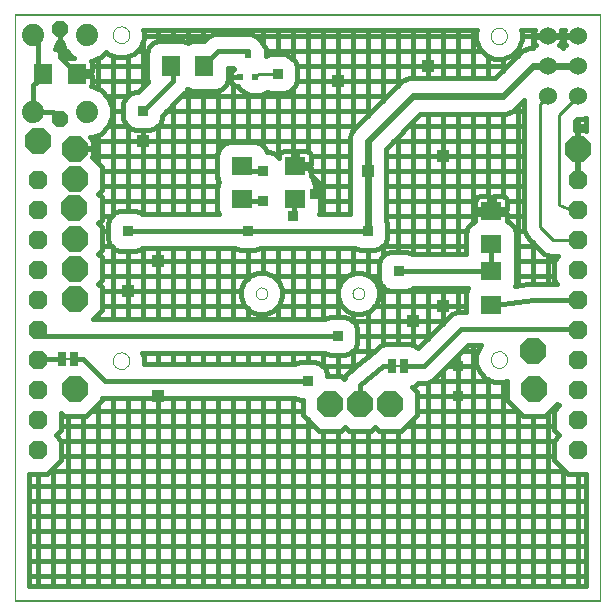
<source format=gbl>
G75*
G70*
%OFA0B0*%
%FSLAX24Y24*%
%IPPOS*%
%LPD*%
%AMOC8*
5,1,8,0,0,1.08239X$1,22.5*
%
%ADD10C,0.0000*%
%ADD11R,0.0709X0.0630*%
%ADD12OC8,0.0630*%
%ADD13R,0.0710X0.0630*%
%ADD14OC8,0.0850*%
%ADD15C,0.0080*%
%ADD16R,0.0250X0.0500*%
%ADD17C,0.0740*%
%ADD18R,0.0630X0.0710*%
%ADD19OC8,0.0520*%
%ADD20R,0.0236X0.0217*%
%ADD21C,0.0600*%
%ADD22R,0.0317X0.0317*%
%ADD23C,0.0160*%
%ADD24R,0.0413X0.0413*%
%ADD25R,0.0356X0.0356*%
%ADD26C,0.0100*%
%ADD27C,0.0240*%
D10*
X000736Y000100D02*
X000736Y019663D01*
X020252Y019663D01*
X020252Y000100D01*
X000736Y000100D01*
X000750Y000128D02*
X000750Y019628D01*
X020250Y019628D01*
X020250Y000128D01*
X000750Y000128D01*
X004004Y008120D02*
X004006Y008153D01*
X004012Y008185D01*
X004021Y008216D01*
X004034Y008246D01*
X004051Y008274D01*
X004071Y008300D01*
X004094Y008324D01*
X004119Y008344D01*
X004147Y008362D01*
X004176Y008376D01*
X004207Y008386D01*
X004239Y008393D01*
X004272Y008396D01*
X004305Y008395D01*
X004337Y008390D01*
X004368Y008381D01*
X004399Y008369D01*
X004427Y008353D01*
X004454Y008334D01*
X004478Y008312D01*
X004499Y008287D01*
X004518Y008260D01*
X004533Y008231D01*
X004544Y008201D01*
X004552Y008169D01*
X004556Y008136D01*
X004556Y008104D01*
X004552Y008071D01*
X004544Y008039D01*
X004533Y008009D01*
X004518Y007980D01*
X004499Y007953D01*
X004478Y007928D01*
X004454Y007906D01*
X004427Y007887D01*
X004399Y007871D01*
X004368Y007859D01*
X004337Y007850D01*
X004305Y007845D01*
X004272Y007844D01*
X004239Y007847D01*
X004207Y007854D01*
X004176Y007864D01*
X004147Y007878D01*
X004119Y007896D01*
X004094Y007916D01*
X004071Y007940D01*
X004051Y007966D01*
X004034Y007994D01*
X004021Y008024D01*
X004012Y008055D01*
X004006Y008087D01*
X004004Y008120D01*
X008768Y010364D02*
X008770Y010391D01*
X008776Y010418D01*
X008785Y010444D01*
X008798Y010468D01*
X008814Y010491D01*
X008833Y010510D01*
X008855Y010527D01*
X008879Y010541D01*
X008904Y010551D01*
X008931Y010558D01*
X008958Y010561D01*
X008986Y010560D01*
X009013Y010555D01*
X009039Y010547D01*
X009063Y010535D01*
X009086Y010519D01*
X009107Y010501D01*
X009124Y010480D01*
X009139Y010456D01*
X009150Y010431D01*
X009158Y010405D01*
X009162Y010378D01*
X009162Y010350D01*
X009158Y010323D01*
X009150Y010297D01*
X009139Y010272D01*
X009124Y010248D01*
X009107Y010227D01*
X009086Y010209D01*
X009064Y010193D01*
X009039Y010181D01*
X009013Y010173D01*
X008986Y010168D01*
X008958Y010167D01*
X008931Y010170D01*
X008904Y010177D01*
X008879Y010187D01*
X008855Y010201D01*
X008833Y010218D01*
X008814Y010237D01*
X008798Y010260D01*
X008785Y010284D01*
X008776Y010310D01*
X008770Y010337D01*
X008768Y010364D01*
X011996Y010364D02*
X011998Y010391D01*
X012004Y010418D01*
X012013Y010444D01*
X012026Y010468D01*
X012042Y010491D01*
X012061Y010510D01*
X012083Y010527D01*
X012107Y010541D01*
X012132Y010551D01*
X012159Y010558D01*
X012186Y010561D01*
X012214Y010560D01*
X012241Y010555D01*
X012267Y010547D01*
X012291Y010535D01*
X012314Y010519D01*
X012335Y010501D01*
X012352Y010480D01*
X012367Y010456D01*
X012378Y010431D01*
X012386Y010405D01*
X012390Y010378D01*
X012390Y010350D01*
X012386Y010323D01*
X012378Y010297D01*
X012367Y010272D01*
X012352Y010248D01*
X012335Y010227D01*
X012314Y010209D01*
X012292Y010193D01*
X012267Y010181D01*
X012241Y010173D01*
X012214Y010168D01*
X012186Y010167D01*
X012159Y010170D01*
X012132Y010177D01*
X012107Y010187D01*
X012083Y010201D01*
X012061Y010218D01*
X012042Y010237D01*
X012026Y010260D01*
X012013Y010284D01*
X012004Y010310D01*
X011998Y010337D01*
X011996Y010364D01*
X016602Y008159D02*
X016604Y008192D01*
X016610Y008224D01*
X016619Y008255D01*
X016632Y008285D01*
X016649Y008313D01*
X016669Y008339D01*
X016692Y008363D01*
X016717Y008383D01*
X016745Y008401D01*
X016774Y008415D01*
X016805Y008425D01*
X016837Y008432D01*
X016870Y008435D01*
X016903Y008434D01*
X016935Y008429D01*
X016966Y008420D01*
X016997Y008408D01*
X017025Y008392D01*
X017052Y008373D01*
X017076Y008351D01*
X017097Y008326D01*
X017116Y008299D01*
X017131Y008270D01*
X017142Y008240D01*
X017150Y008208D01*
X017154Y008175D01*
X017154Y008143D01*
X017150Y008110D01*
X017142Y008078D01*
X017131Y008048D01*
X017116Y008019D01*
X017097Y007992D01*
X017076Y007967D01*
X017052Y007945D01*
X017025Y007926D01*
X016997Y007910D01*
X016966Y007898D01*
X016935Y007889D01*
X016903Y007884D01*
X016870Y007883D01*
X016837Y007886D01*
X016805Y007893D01*
X016774Y007903D01*
X016745Y007917D01*
X016717Y007935D01*
X016692Y007955D01*
X016669Y007979D01*
X016649Y008005D01*
X016632Y008033D01*
X016619Y008063D01*
X016610Y008094D01*
X016604Y008126D01*
X016602Y008159D01*
X016602Y018946D02*
X016604Y018979D01*
X016610Y019011D01*
X016619Y019042D01*
X016632Y019072D01*
X016649Y019100D01*
X016669Y019126D01*
X016692Y019150D01*
X016717Y019170D01*
X016745Y019188D01*
X016774Y019202D01*
X016805Y019212D01*
X016837Y019219D01*
X016870Y019222D01*
X016903Y019221D01*
X016935Y019216D01*
X016966Y019207D01*
X016997Y019195D01*
X017025Y019179D01*
X017052Y019160D01*
X017076Y019138D01*
X017097Y019113D01*
X017116Y019086D01*
X017131Y019057D01*
X017142Y019027D01*
X017150Y018995D01*
X017154Y018962D01*
X017154Y018930D01*
X017150Y018897D01*
X017142Y018865D01*
X017131Y018835D01*
X017116Y018806D01*
X017097Y018779D01*
X017076Y018754D01*
X017052Y018732D01*
X017025Y018713D01*
X016997Y018697D01*
X016966Y018685D01*
X016935Y018676D01*
X016903Y018671D01*
X016870Y018670D01*
X016837Y018673D01*
X016805Y018680D01*
X016774Y018690D01*
X016745Y018704D01*
X016717Y018722D01*
X016692Y018742D01*
X016669Y018766D01*
X016649Y018792D01*
X016632Y018820D01*
X016619Y018850D01*
X016610Y018881D01*
X016604Y018913D01*
X016602Y018946D01*
X004004Y018986D02*
X004006Y019019D01*
X004012Y019051D01*
X004021Y019082D01*
X004034Y019112D01*
X004051Y019140D01*
X004071Y019166D01*
X004094Y019190D01*
X004119Y019210D01*
X004147Y019228D01*
X004176Y019242D01*
X004207Y019252D01*
X004239Y019259D01*
X004272Y019262D01*
X004305Y019261D01*
X004337Y019256D01*
X004368Y019247D01*
X004399Y019235D01*
X004427Y019219D01*
X004454Y019200D01*
X004478Y019178D01*
X004499Y019153D01*
X004518Y019126D01*
X004533Y019097D01*
X004544Y019067D01*
X004552Y019035D01*
X004556Y019002D01*
X004556Y018970D01*
X004552Y018937D01*
X004544Y018905D01*
X004533Y018875D01*
X004518Y018846D01*
X004499Y018819D01*
X004478Y018794D01*
X004454Y018772D01*
X004427Y018753D01*
X004399Y018737D01*
X004368Y018725D01*
X004337Y018716D01*
X004305Y018711D01*
X004272Y018710D01*
X004239Y018713D01*
X004207Y018720D01*
X004176Y018730D01*
X004147Y018744D01*
X004119Y018762D01*
X004094Y018782D01*
X004071Y018806D01*
X004051Y018832D01*
X004034Y018860D01*
X004021Y018890D01*
X004012Y018921D01*
X004006Y018953D01*
X004004Y018986D01*
D11*
X008331Y014616D03*
X008331Y013513D03*
X010079Y013506D03*
X010079Y014608D03*
X016621Y013104D03*
X016621Y012002D03*
D12*
X019500Y012128D03*
X019500Y013128D03*
X019500Y014128D03*
X019500Y011128D03*
X019500Y010128D03*
X019500Y009128D03*
X019500Y008128D03*
X019500Y007128D03*
X019500Y006128D03*
X019500Y005128D03*
X001500Y005128D03*
X001500Y006128D03*
X001500Y007128D03*
X001500Y008128D03*
X001500Y009128D03*
X001500Y010128D03*
X001500Y011128D03*
X001500Y012128D03*
X001500Y013128D03*
X001500Y014128D03*
D13*
X016612Y011101D03*
X016612Y009981D03*
D14*
X018000Y008443D03*
X018039Y007179D03*
X013250Y006693D03*
X012250Y006693D03*
X011250Y006693D03*
X002750Y007193D03*
X002750Y010193D03*
X002750Y011193D03*
X002750Y012193D03*
X002729Y013199D03*
X002750Y014193D03*
X002750Y015193D03*
X001500Y015443D03*
X019500Y015193D03*
D15*
X013650Y007943D02*
X013350Y007943D01*
X002650Y008193D02*
X002350Y008193D01*
D16*
X002300Y008193D03*
X002700Y008193D03*
X013300Y007943D03*
X013700Y007943D03*
D17*
X003140Y016413D03*
X001360Y016413D03*
X001360Y018973D03*
X003140Y018973D03*
D18*
X002810Y017693D03*
X001690Y017693D03*
X005940Y017943D03*
X007060Y017943D03*
D19*
X002250Y019193D03*
X002250Y016193D03*
D20*
X008244Y017578D03*
X008756Y017578D03*
X008500Y018307D03*
D21*
X018500Y017943D03*
X019500Y017943D03*
X019500Y018943D03*
X018500Y018943D03*
X018500Y016943D03*
X019500Y016943D03*
D22*
X012500Y012443D03*
X010750Y013693D03*
X010000Y012943D03*
X009000Y013443D03*
X009000Y014443D03*
X008500Y012443D03*
X011500Y008943D03*
X010500Y007443D03*
X015500Y007943D03*
X015500Y006943D03*
X005000Y016443D03*
X009500Y017693D03*
D23*
X009754Y017054D02*
X009930Y017127D01*
X010065Y017262D01*
X010138Y017439D01*
X010138Y017946D01*
X010065Y018123D01*
X009930Y018258D01*
X009754Y018331D01*
X009246Y018331D01*
X009098Y018270D01*
X009098Y018510D01*
X009025Y018687D01*
X008991Y018721D01*
X008975Y018760D01*
X008817Y018917D01*
X008611Y019003D01*
X007389Y019003D01*
X007183Y018917D01*
X007043Y018777D01*
X006649Y018777D01*
X006500Y018716D01*
X006500Y019148D01*
X006351Y018777D02*
X005530Y018777D01*
X005353Y018704D01*
X005218Y018569D01*
X005145Y018393D01*
X005145Y017492D01*
X005178Y017413D01*
X004846Y017081D01*
X004746Y017081D01*
X004570Y017008D01*
X004435Y016873D01*
X004362Y016696D01*
X004362Y016189D01*
X004435Y016012D01*
X004570Y015877D01*
X004746Y015804D01*
X005254Y015804D01*
X005430Y015877D01*
X005565Y016012D01*
X005638Y016189D01*
X005638Y016289D01*
X006317Y016968D01*
X006475Y017125D01*
X006492Y017166D01*
X006500Y017169D01*
X006500Y013003D01*
X006000Y013003D02*
X006000Y016651D01*
X005792Y016443D02*
X012651Y016443D01*
X012500Y016291D02*
X012500Y019148D01*
X012000Y019148D02*
X012000Y015791D01*
X011991Y015782D02*
X011900Y015562D01*
X011900Y013003D01*
X010875Y013003D01*
X010913Y013095D01*
X010913Y013916D01*
X010840Y014092D01*
X010705Y014227D01*
X010612Y014266D01*
X010613Y014269D01*
X010613Y014530D01*
X010156Y014530D01*
X010156Y014685D01*
X010613Y014685D01*
X010613Y014947D01*
X010601Y014992D01*
X010577Y015033D01*
X010544Y015067D01*
X010503Y015091D01*
X010457Y015103D01*
X010156Y015103D01*
X010156Y014685D01*
X010001Y014685D01*
X010001Y015103D01*
X009701Y015103D01*
X009655Y015091D01*
X009614Y015067D01*
X009580Y015033D01*
X009557Y014992D01*
X009544Y014947D01*
X009544Y014894D01*
X009430Y015008D01*
X009254Y015081D01*
X009142Y015081D01*
X009092Y015203D01*
X008957Y015338D01*
X008781Y015411D01*
X007881Y015411D01*
X007704Y015338D01*
X007569Y015203D01*
X007496Y015026D01*
X007496Y014205D01*
X007555Y014065D01*
X007496Y013924D01*
X007496Y013103D01*
X007538Y013003D01*
X004975Y013003D01*
X004950Y013028D01*
X004774Y013101D01*
X004226Y013101D01*
X004050Y013028D01*
X003915Y012893D01*
X003842Y012716D01*
X003842Y012169D01*
X003915Y011993D01*
X004050Y011857D01*
X004226Y011784D01*
X004774Y011784D01*
X004950Y011857D01*
X004975Y011883D01*
X008064Y011883D01*
X008070Y011877D01*
X008246Y011804D01*
X008754Y011804D01*
X008930Y011877D01*
X008936Y011883D01*
X012064Y011883D01*
X012070Y011877D01*
X012246Y011804D01*
X012754Y011804D01*
X012930Y011877D01*
X013065Y012012D01*
X013138Y012189D01*
X013138Y012696D01*
X013100Y012789D01*
X013100Y015194D01*
X014249Y016343D01*
X017119Y016343D01*
X017340Y016434D01*
X017720Y016814D01*
X017720Y012462D01*
X017801Y012267D01*
X017950Y012118D01*
X018390Y011678D01*
X018585Y011598D01*
X018846Y011598D01*
X018705Y011457D01*
X018705Y010798D01*
X018816Y010688D01*
X018078Y010688D01*
X018045Y010697D01*
X017967Y010688D01*
X017889Y010688D01*
X017858Y010675D01*
X017419Y010623D01*
X017447Y010690D01*
X017447Y011511D01*
X017435Y011541D01*
X017455Y011591D01*
X017455Y012412D01*
X017382Y012588D01*
X017247Y012723D01*
X017154Y012762D01*
X017155Y012765D01*
X017155Y013026D01*
X016699Y013026D01*
X016699Y013181D01*
X017155Y013181D01*
X017155Y013443D01*
X017143Y013488D01*
X017119Y013529D01*
X017086Y013563D01*
X017045Y013587D01*
X016999Y013599D01*
X016699Y013599D01*
X016699Y013181D01*
X016544Y013181D01*
X016544Y013026D01*
X016087Y013026D01*
X016087Y012765D01*
X016088Y012762D01*
X015995Y012723D01*
X015860Y012588D01*
X015787Y012412D01*
X015787Y011661D01*
X014008Y011661D01*
X013983Y011686D01*
X013807Y011759D01*
X013260Y011759D01*
X013083Y011686D01*
X012948Y011551D01*
X012875Y011374D01*
X012875Y010827D01*
X012948Y010651D01*
X013083Y010516D01*
X013260Y010443D01*
X013807Y010443D01*
X013983Y010516D01*
X014008Y010541D01*
X015839Y010541D01*
X015777Y010392D01*
X015777Y009753D01*
X015514Y009753D01*
X015308Y009667D01*
X015150Y009510D01*
X014168Y008528D01*
X014097Y008599D01*
X013920Y008673D01*
X013080Y008673D01*
X012903Y008599D01*
X012768Y008464D01*
X012764Y008456D01*
X012727Y008444D01*
X012707Y008427D01*
X012683Y008417D01*
X012622Y008356D01*
X011957Y007802D01*
X011933Y007792D01*
X011872Y007731D01*
X011806Y007676D01*
X011794Y007653D01*
X011775Y007635D01*
X011742Y007555D01*
X011716Y007506D01*
X011625Y007598D01*
X011138Y007598D01*
X011138Y007696D01*
X011065Y007873D01*
X010930Y008008D01*
X010754Y008081D01*
X010246Y008081D01*
X010070Y008008D01*
X010064Y008003D01*
X005035Y008003D01*
X005035Y008270D01*
X004989Y008383D01*
X011064Y008383D01*
X011070Y008377D01*
X011246Y008304D01*
X011754Y008304D01*
X011930Y008377D01*
X012065Y008512D01*
X012138Y008689D01*
X012138Y009196D01*
X012065Y009373D01*
X011930Y009508D01*
X011754Y009581D01*
X011246Y009581D01*
X011070Y009508D01*
X011064Y009503D01*
X003340Y009503D01*
X003655Y009818D01*
X003655Y010567D01*
X003530Y010693D01*
X003655Y010818D01*
X003655Y011567D01*
X003530Y011693D01*
X003655Y011818D01*
X003655Y012567D01*
X003516Y012706D01*
X003634Y012825D01*
X003634Y013574D01*
X003523Y013686D01*
X003655Y013818D01*
X003655Y014567D01*
X003318Y014905D01*
X003355Y014942D01*
X003355Y015173D01*
X002770Y015173D01*
X002770Y015213D01*
X003355Y015213D01*
X003355Y015443D01*
X003236Y015563D01*
X003309Y015563D01*
X003621Y015692D01*
X003861Y015931D01*
X003990Y016243D01*
X003990Y016582D01*
X003861Y016894D01*
X003621Y017133D01*
X003309Y017263D01*
X003289Y017263D01*
X003293Y017268D01*
X003305Y017314D01*
X003305Y017615D01*
X002887Y017615D01*
X002887Y017770D01*
X003305Y017770D01*
X003305Y018071D01*
X003293Y018117D01*
X003289Y018123D01*
X003309Y018123D01*
X003621Y018252D01*
X003783Y018414D01*
X003852Y018345D01*
X004129Y018230D01*
X004430Y018230D01*
X004708Y018345D01*
X004920Y018558D01*
X005035Y018836D01*
X005035Y019136D01*
X005030Y019148D01*
X016143Y019148D01*
X016122Y019097D01*
X016122Y018796D01*
X016237Y018518D01*
X016450Y018306D01*
X016728Y018191D01*
X017028Y018191D01*
X017306Y018306D01*
X017519Y018518D01*
X017634Y018796D01*
X017634Y019097D01*
X017612Y019148D01*
X018066Y019148D01*
X018055Y019127D01*
X018032Y019055D01*
X018020Y018980D01*
X018020Y018963D01*
X018480Y018963D01*
X018480Y018923D01*
X018020Y018923D01*
X018020Y018905D01*
X018032Y018830D01*
X018055Y018758D01*
X018089Y018691D01*
X018131Y018634D01*
X018058Y018604D01*
X017997Y018543D01*
X017881Y018543D01*
X017660Y018451D01*
X017491Y018282D01*
X016751Y017543D01*
X013881Y017543D01*
X013660Y017451D01*
X013491Y017282D01*
X011991Y015782D01*
X012151Y015943D02*
X005496Y015943D01*
X005500Y015947D02*
X005500Y013003D01*
X005000Y013003D02*
X005000Y015804D01*
X004504Y015943D02*
X003865Y015943D01*
X003500Y015642D02*
X003500Y014722D01*
X003355Y014943D02*
X007496Y014943D01*
X007500Y015035D02*
X007500Y017120D01*
X007470Y017108D02*
X007647Y017181D01*
X007782Y017316D01*
X007855Y017492D01*
X007855Y017883D01*
X008019Y017883D01*
X008051Y017851D01*
X008015Y017831D01*
X007982Y017797D01*
X007958Y017756D01*
X007946Y017710D01*
X007946Y017578D01*
X007946Y017446D01*
X007958Y017401D01*
X007982Y017360D01*
X008015Y017326D01*
X008057Y017302D01*
X008102Y017290D01*
X008193Y017290D01*
X008231Y017198D01*
X008366Y017063D01*
X008542Y016990D01*
X008969Y016990D01*
X009146Y017063D01*
X009169Y017086D01*
X009246Y017054D01*
X009754Y017054D01*
X009500Y017054D02*
X009500Y014938D01*
X009496Y014943D02*
X009544Y014943D01*
X010001Y014943D02*
X010156Y014943D01*
X010000Y015103D02*
X010000Y017197D01*
X010138Y017443D02*
X013651Y017443D01*
X013500Y017291D02*
X013500Y019148D01*
X013000Y019148D02*
X013000Y016791D01*
X013151Y016943D02*
X006292Y016943D01*
X006500Y017169D02*
X006649Y017108D01*
X007470Y017108D01*
X007000Y017108D02*
X007000Y013003D01*
X007500Y013003D02*
X007500Y013094D01*
X007496Y013443D02*
X003634Y013443D01*
X003634Y012943D02*
X003965Y012943D01*
X004000Y012978D02*
X004000Y018284D01*
X004500Y018259D02*
X004500Y016938D01*
X004504Y016943D02*
X003812Y016943D01*
X003500Y017183D02*
X003500Y018202D01*
X003305Y017943D02*
X005145Y017943D01*
X005166Y018443D02*
X004805Y018443D01*
X005000Y018751D02*
X005000Y017234D01*
X005166Y017443D02*
X003305Y017443D01*
X003000Y017615D02*
X003000Y017770D01*
X002810Y017693D02*
X002250Y018252D01*
X002250Y019193D01*
X002250Y019148D02*
X002250Y019148D01*
X002250Y018753D01*
X002311Y018753D01*
X002419Y018491D01*
X002659Y018252D01*
X002718Y018227D01*
X002471Y018227D01*
X002452Y018222D01*
X002412Y018319D01*
X002277Y018454D01*
X002101Y018527D01*
X002096Y018527D01*
X002189Y018753D01*
X002250Y018753D01*
X002250Y019148D01*
X002250Y018943D02*
X002250Y018943D01*
X002289Y018443D02*
X002468Y018443D01*
X002500Y018410D02*
X002500Y018227D01*
X001690Y017693D02*
X001690Y017633D01*
X001500Y017443D01*
X001500Y018943D01*
X001390Y018943D01*
X001360Y018973D01*
X001500Y017443D02*
X001360Y017303D01*
X001360Y016413D01*
X002030Y016413D01*
X002250Y016193D01*
X003000Y015213D02*
X003000Y015173D01*
X003355Y015443D02*
X011900Y015443D01*
X011900Y014943D02*
X010613Y014943D01*
X010500Y015091D02*
X010500Y019148D01*
X011000Y019148D02*
X011000Y013003D01*
X010913Y013443D02*
X011900Y013443D01*
X011500Y013003D02*
X011500Y019148D01*
X010138Y017943D02*
X017151Y017943D01*
X017000Y017791D02*
X017000Y018191D01*
X016500Y018285D02*
X016500Y017543D01*
X016000Y017543D02*
X016000Y019148D01*
X016122Y018943D02*
X008756Y018943D01*
X008500Y019003D02*
X008500Y019148D01*
X009000Y019148D02*
X009000Y018712D01*
X009098Y018443D02*
X016313Y018443D01*
X015500Y019148D02*
X015500Y017543D01*
X015000Y017543D02*
X015000Y019148D01*
X014500Y019148D02*
X014500Y017543D01*
X014000Y017543D02*
X014000Y019148D01*
X014500Y016343D02*
X014500Y011661D01*
X014000Y011669D02*
X014000Y016094D01*
X013849Y015943D02*
X017720Y015943D01*
X017720Y016443D02*
X017349Y016443D01*
X017500Y016594D02*
X017500Y010633D01*
X017447Y010943D02*
X018705Y010943D01*
X018500Y010688D02*
X018500Y011633D01*
X018705Y011443D02*
X017447Y011443D01*
X017455Y011943D02*
X018125Y011943D01*
X018000Y012068D02*
X018000Y010691D01*
X018000Y010128D02*
X016750Y009981D01*
X016500Y009943D01*
X016612Y009981D02*
X016750Y009981D01*
X015777Y009943D02*
X012729Y009943D01*
X012767Y009980D02*
X012576Y009790D01*
X012328Y009687D01*
X012058Y009687D01*
X011810Y009790D01*
X011619Y009980D01*
X011516Y010229D01*
X011516Y010498D01*
X011619Y010747D01*
X011810Y010938D01*
X012058Y011041D01*
X012328Y011041D01*
X012576Y010938D01*
X012767Y010747D01*
X012870Y010498D01*
X012870Y010229D01*
X012767Y009980D01*
X012500Y009758D02*
X012500Y008255D01*
X012725Y008443D02*
X011996Y008443D01*
X012000Y008447D02*
X012000Y007838D01*
X012125Y007943D02*
X010996Y007943D01*
X011000Y007938D02*
X011000Y008383D01*
X010500Y008383D02*
X010500Y008081D01*
X010000Y008003D02*
X010000Y008383D01*
X009500Y008383D02*
X009500Y008003D01*
X009000Y008003D02*
X009000Y008383D01*
X008500Y008383D02*
X008500Y008003D01*
X008000Y008003D02*
X008000Y008383D01*
X007500Y008383D02*
X007500Y008003D01*
X007000Y008003D02*
X007000Y008383D01*
X006500Y008383D02*
X006500Y008003D01*
X006000Y008003D02*
X006000Y008383D01*
X005500Y008383D02*
X005500Y008003D01*
X005000Y008355D02*
X005000Y008383D01*
X005000Y009503D02*
X005000Y011883D01*
X005500Y011883D02*
X005500Y009503D01*
X006000Y009503D02*
X006000Y011883D01*
X006500Y011883D02*
X006500Y009503D01*
X007000Y009503D02*
X007000Y011883D01*
X007500Y011883D02*
X007500Y009503D01*
X008000Y009503D02*
X008000Y011883D01*
X008500Y011804D02*
X008500Y010856D01*
X008581Y010938D02*
X008391Y010747D01*
X008288Y010498D01*
X008288Y010229D01*
X008391Y009980D01*
X008581Y009790D01*
X008830Y009687D01*
X009099Y009687D01*
X009348Y009790D01*
X009538Y009980D01*
X009641Y010229D01*
X009641Y010498D01*
X009538Y010747D01*
X009348Y010938D01*
X009099Y011041D01*
X008830Y011041D01*
X008581Y010938D01*
X008593Y010943D02*
X003655Y010943D01*
X003655Y011443D02*
X012903Y011443D01*
X013000Y011603D02*
X013000Y011947D01*
X012996Y011943D02*
X015787Y011943D01*
X015500Y011661D02*
X015500Y016343D01*
X015000Y016343D02*
X015000Y011661D01*
X015799Y012443D02*
X013138Y012443D01*
X013100Y012943D02*
X016087Y012943D01*
X016000Y012726D02*
X016000Y016343D01*
X016500Y016343D02*
X016500Y013599D01*
X016544Y013599D02*
X016243Y013599D01*
X016197Y013587D01*
X016156Y013563D01*
X016123Y013529D01*
X016099Y013488D01*
X016087Y013443D01*
X016087Y013181D01*
X016544Y013181D01*
X016544Y013599D01*
X016544Y013443D02*
X016699Y013443D01*
X016500Y013181D02*
X016500Y013026D01*
X017000Y013026D02*
X017000Y013181D01*
X017155Y012943D02*
X017720Y012943D01*
X017720Y013443D02*
X017155Y013443D01*
X017000Y013599D02*
X017000Y016343D01*
X017720Y015443D02*
X013349Y015443D01*
X013500Y015594D02*
X013500Y011759D01*
X013533Y011101D02*
X016612Y011101D01*
X016612Y012002D01*
X016621Y012002D01*
X017443Y012443D02*
X017728Y012443D01*
X017720Y013943D02*
X013100Y013943D01*
X013100Y014443D02*
X017720Y014443D01*
X017720Y014943D02*
X013100Y014943D01*
X011900Y014443D02*
X010613Y014443D01*
X010500Y014530D02*
X010500Y014685D01*
X010500Y014693D02*
X010163Y014693D01*
X010079Y014608D01*
X010500Y014693D02*
X010750Y013943D01*
X010750Y013693D01*
X010902Y013943D02*
X011900Y013943D01*
X013100Y013443D02*
X016087Y013443D01*
X015500Y010541D02*
X015500Y009747D01*
X015083Y009443D02*
X011996Y009443D01*
X012000Y009438D02*
X012000Y009711D01*
X011657Y009943D02*
X009501Y009943D01*
X009500Y009942D02*
X009500Y009503D01*
X010000Y009503D02*
X010000Y011883D01*
X009500Y011883D02*
X009500Y010786D01*
X009336Y010943D02*
X011821Y010943D01*
X012000Y011016D02*
X012000Y011883D01*
X011500Y011883D02*
X011500Y009581D01*
X011000Y009503D02*
X011000Y011883D01*
X010500Y011883D02*
X010500Y009503D01*
X011500Y008943D02*
X001500Y008943D01*
X001500Y009128D01*
X001565Y008193D02*
X001500Y008128D01*
X001565Y008193D02*
X002300Y008193D01*
X002700Y008193D02*
X003000Y008193D01*
X003750Y007443D01*
X010500Y007443D01*
X010246Y006804D02*
X010070Y006877D01*
X010064Y006883D01*
X003655Y006883D01*
X003655Y006818D01*
X003125Y006288D01*
X002375Y006288D01*
X002295Y006368D01*
X002295Y005798D01*
X002124Y005628D01*
X002295Y005457D01*
X002295Y004798D01*
X001829Y004333D01*
X001230Y004333D01*
X001230Y000608D01*
X019770Y000608D01*
X019770Y004333D01*
X019171Y004333D01*
X018705Y004798D01*
X018705Y005457D01*
X018876Y005628D01*
X018705Y005798D01*
X018705Y006457D01*
X018876Y006628D01*
X018822Y006681D01*
X018414Y006274D01*
X017665Y006274D01*
X017134Y006804D01*
X017134Y007447D01*
X017028Y007403D01*
X016728Y007403D01*
X016450Y007518D01*
X016237Y007731D01*
X016122Y008009D01*
X016122Y008309D01*
X016237Y008587D01*
X016283Y008633D01*
X015857Y008633D01*
X014692Y007468D01*
X014486Y007383D01*
X014194Y007383D01*
X014097Y007286D01*
X013984Y007239D01*
X014155Y007067D01*
X014155Y006318D01*
X013625Y005788D01*
X012875Y005788D01*
X012750Y005913D01*
X012625Y005788D01*
X011875Y005788D01*
X011750Y005913D01*
X011625Y005788D01*
X010875Y005788D01*
X010345Y006318D01*
X010345Y006804D01*
X010246Y006804D01*
X010000Y006883D02*
X010000Y000608D01*
X009500Y000608D02*
X009500Y006883D01*
X009000Y006883D02*
X009000Y000608D01*
X008500Y000608D02*
X008500Y006883D01*
X008000Y006883D02*
X008000Y000608D01*
X007500Y000608D02*
X007500Y006883D01*
X007000Y006883D02*
X007000Y000608D01*
X006500Y000608D02*
X006500Y006883D01*
X006000Y006883D02*
X006000Y000608D01*
X005500Y000608D02*
X005500Y006883D01*
X005000Y006883D02*
X005000Y000608D01*
X004500Y000608D02*
X004500Y006883D01*
X004000Y006883D02*
X004000Y000608D01*
X003500Y000608D02*
X003500Y006663D01*
X003280Y006443D02*
X010345Y006443D01*
X010500Y006163D02*
X010500Y000608D01*
X011000Y000608D02*
X011000Y005788D01*
X010720Y005943D02*
X002295Y005943D01*
X002500Y006288D02*
X002500Y000608D01*
X003000Y000608D02*
X003000Y006288D01*
X002295Y005443D02*
X018705Y005443D01*
X018705Y005943D02*
X013780Y005943D01*
X014000Y006163D02*
X014000Y000608D01*
X014500Y000608D02*
X014500Y007388D01*
X014631Y007443D02*
X016633Y007443D01*
X016500Y007498D02*
X016500Y000608D01*
X017000Y000608D02*
X017000Y007403D01*
X017123Y007443D02*
X017134Y007443D01*
X017134Y006943D02*
X014155Y006943D01*
X014000Y007222D02*
X014000Y007245D01*
X014155Y006443D02*
X017496Y006443D01*
X017500Y006438D02*
X017500Y000608D01*
X018000Y000608D02*
X018000Y006274D01*
X018500Y006360D02*
X018500Y000608D01*
X019000Y000608D02*
X019000Y004503D01*
X019061Y004443D02*
X001939Y004443D01*
X002000Y004503D02*
X002000Y000608D01*
X001500Y000608D02*
X001500Y004333D01*
X001230Y003943D02*
X019770Y003943D01*
X019500Y004333D02*
X019500Y000608D01*
X019770Y000943D02*
X001230Y000943D01*
X001230Y001443D02*
X019770Y001443D01*
X019770Y001943D02*
X001230Y001943D01*
X001230Y002443D02*
X019770Y002443D01*
X019770Y002943D02*
X001230Y002943D01*
X001230Y003443D02*
X019770Y003443D01*
X018705Y004943D02*
X002295Y004943D01*
X003500Y009503D02*
X003500Y009663D01*
X003655Y009943D02*
X008429Y009943D01*
X008500Y009871D02*
X008500Y009503D01*
X009000Y009503D02*
X009000Y009687D01*
X009641Y010443D02*
X011516Y010443D01*
X012500Y010969D02*
X012500Y011804D01*
X012500Y012443D02*
X008500Y012443D01*
X004500Y012443D01*
X003965Y011943D02*
X003655Y011943D01*
X004000Y011907D02*
X004000Y009503D01*
X004500Y009503D02*
X004500Y011784D01*
X003842Y012443D02*
X003655Y012443D01*
X004500Y013101D02*
X004500Y015947D01*
X004362Y016443D02*
X003990Y016443D01*
X005000Y016443D02*
X006000Y017443D01*
X006000Y017943D01*
X006351Y018777D02*
X006500Y018716D01*
X006000Y018777D02*
X006000Y019148D01*
X005500Y019148D02*
X005500Y018765D01*
X005035Y018943D02*
X007244Y018943D01*
X007500Y019003D02*
X007500Y019148D01*
X007000Y019148D02*
X007000Y018777D01*
X007500Y018443D02*
X008500Y018443D01*
X008500Y018307D01*
X008000Y017883D02*
X008000Y017815D01*
X008000Y017578D02*
X008000Y017578D01*
X007946Y017578D02*
X008158Y017578D01*
X008158Y017578D01*
X007946Y017578D01*
X007947Y017443D02*
X007834Y017443D01*
X008000Y017342D02*
X008000Y015411D01*
X008500Y015411D02*
X008500Y017008D01*
X009000Y017003D02*
X009000Y015295D01*
X008331Y014616D02*
X008331Y014612D01*
X008500Y014443D01*
X009000Y014443D01*
X008429Y013513D02*
X008331Y013513D01*
X008429Y013513D02*
X008500Y013443D01*
X009000Y013443D01*
X010079Y013506D02*
X010000Y012927D01*
X010000Y012943D01*
X009000Y011883D02*
X009000Y011041D01*
X008288Y010443D02*
X003655Y010443D01*
X003655Y013943D02*
X007504Y013943D01*
X007500Y013933D02*
X007500Y014197D01*
X007496Y014443D02*
X003655Y014443D01*
X007060Y017943D02*
X007060Y018002D01*
X007500Y018443D01*
X008000Y019003D02*
X008000Y019148D01*
X009500Y019148D02*
X009500Y018331D01*
X010000Y018188D02*
X010000Y019148D01*
X017443Y018443D02*
X017651Y018443D01*
X017500Y018500D02*
X017500Y018291D01*
X018000Y018546D02*
X018000Y019148D01*
X017634Y018943D02*
X018480Y018943D01*
X018520Y018943D02*
X019480Y018943D01*
X019480Y018963D02*
X019480Y018923D01*
X019020Y018923D01*
X019020Y018905D01*
X019032Y018830D01*
X019055Y018758D01*
X019089Y018691D01*
X019131Y018634D01*
X019058Y018604D01*
X019000Y018546D01*
X019000Y019148D01*
X019055Y019127D02*
X019032Y019055D01*
X019020Y018980D01*
X019020Y018963D01*
X019480Y018963D01*
X019066Y019148D02*
X019055Y019127D01*
X019066Y019148D02*
X018934Y019148D01*
X018945Y019127D01*
X018968Y019055D01*
X018980Y018980D01*
X018980Y018963D01*
X018520Y018963D01*
X018520Y018923D01*
X018980Y018923D01*
X018980Y018905D01*
X018968Y018830D01*
X018945Y018758D01*
X018911Y018691D01*
X018869Y018634D01*
X018942Y018604D01*
X019000Y018546D01*
X019470Y016163D02*
X019655Y016163D01*
X019770Y016210D01*
X019770Y015778D01*
X019751Y015798D01*
X019520Y015798D01*
X019520Y015213D01*
X019480Y015213D01*
X019480Y015798D01*
X019405Y015798D01*
X019405Y016098D01*
X019470Y016163D01*
X019500Y016163D02*
X019500Y015213D01*
X019500Y015173D02*
X019500Y014138D01*
X019510Y014138D02*
X019490Y014138D01*
X019490Y014623D01*
X019480Y014623D01*
X019480Y015173D01*
X019520Y015173D01*
X019520Y014623D01*
X019510Y014623D01*
X019510Y014138D01*
X019490Y014443D02*
X019510Y014443D01*
X019480Y014943D02*
X019520Y014943D01*
X019520Y015443D02*
X019480Y015443D01*
X019405Y015943D02*
X019770Y015943D01*
X015000Y010541D02*
X015000Y009359D01*
X014583Y008943D02*
X012138Y008943D01*
X011500Y008304D02*
X011500Y007598D01*
X012250Y007318D02*
X012250Y006693D01*
X012250Y007318D02*
X013000Y007943D01*
X013300Y007943D01*
X013700Y007943D02*
X014375Y007943D01*
X015625Y009193D01*
X019435Y009193D01*
X019500Y009128D01*
X019500Y010128D02*
X018000Y010128D01*
X016178Y008443D02*
X015667Y008443D01*
X015500Y008276D02*
X015500Y000608D01*
X015000Y000608D02*
X015000Y007776D01*
X015167Y007943D02*
X016150Y007943D01*
X016000Y008633D02*
X016000Y000608D01*
X013500Y000608D02*
X013500Y005788D01*
X013000Y005788D02*
X013000Y000608D01*
X012500Y000608D02*
X012500Y005788D01*
X012000Y005788D02*
X012000Y000608D01*
X011500Y000608D02*
X011500Y005788D01*
X013000Y008640D02*
X013000Y010599D01*
X012870Y010443D02*
X015798Y010443D01*
X014500Y010541D02*
X014500Y008859D01*
X014000Y008640D02*
X014000Y010532D01*
X013500Y010443D02*
X013500Y008673D01*
X012875Y010943D02*
X012564Y010943D01*
X018583Y006443D02*
X018705Y006443D01*
D24*
X015000Y009943D03*
X014000Y009443D03*
X012500Y014443D03*
X015000Y014943D03*
X014500Y017943D03*
X011500Y017443D03*
X005500Y011443D03*
X004500Y010443D03*
X005500Y006943D03*
X005000Y015443D03*
D25*
X004500Y012443D03*
X013533Y011101D03*
D26*
X018250Y012568D02*
X018250Y016693D01*
X018500Y016943D01*
X018875Y016318D02*
X019500Y016943D01*
X018875Y016318D02*
X018875Y013318D01*
X019315Y013128D01*
X019500Y013128D01*
X019500Y012128D02*
X018690Y012128D01*
X018250Y012568D01*
X009500Y017693D02*
X008870Y017693D01*
X008756Y017578D01*
D27*
X012500Y015443D02*
X014000Y016943D01*
X017000Y016943D01*
X018000Y017943D01*
X018500Y017943D01*
X019500Y017943D01*
X012500Y015443D02*
X012500Y012443D01*
M02*

</source>
